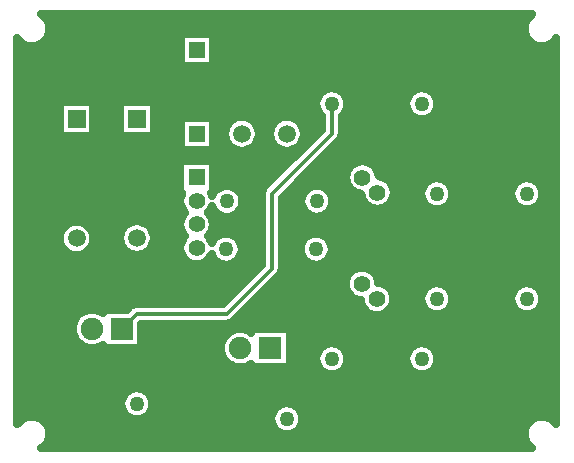
<source format=gbr>
G04 DipTrace 3.2.0.1*
G04 Bottom.gbr*
%MOIN*%
G04 #@! TF.FileFunction,Copper,L2,Bot*
G04 #@! TF.Part,Single*
%AMOUTLINE0*
4,1,4,
-0.035433,0.0,
0.0,0.035433,
0.035433,0.0,
0.0,-0.035433,
-0.035433,0.0,
0*%
G04 #@! TA.AperFunction,Conductor*
%ADD14C,0.012992*%
G04 #@! TA.AperFunction,CopperBalancing*
%ADD15C,0.025*%
G04 #@! TA.AperFunction,ComponentPad*
%ADD16R,0.055118X0.055118*%
%ADD17C,0.055118*%
%ADD18C,0.05*%
%ADD19C,0.05*%
%ADD20R,0.059055X0.059055*%
%ADD21C,0.059055*%
%ADD22C,0.055118*%
%ADD23R,0.074803X0.074803*%
%ADD24C,0.074803*%
%ADD25C,0.059055*%
%ADD52OUTLINE0*%
%FSLAX26Y26*%
G04*
G70*
G90*
G75*
G01*
G04 Bottom*
%LPD*%
X1042818Y1034130D2*
D14*
Y1043701D1*
X943701D1*
Y1593701D1*
X1043701Y1693701D1*
X943701Y1043701D2*
X793701D1*
X593701Y843701D1*
X543701Y593701D2*
X643701Y693701D1*
X893701D1*
X1043701Y543701D1*
X1645517Y1397495D2*
Y1591885D1*
X1543701Y1693701D1*
X1043701D1*
X1643701Y1043701D2*
X1743701Y1143701D1*
Y1343701D1*
X1689907Y1397495D1*
X1645517D1*
X1493701Y1593701D2*
Y1493701D1*
X1293701Y1293701D1*
Y1043701D1*
X1143701Y893701D1*
X843701D1*
X793701Y843701D1*
X548924Y1866962D2*
D15*
X2138472D1*
X553803Y1842093D2*
X2133593D1*
X547381Y1817224D2*
X987165D1*
X1100248D2*
X2140016D1*
X448089Y1792356D2*
X465014D1*
X522369D2*
X987165D1*
X1100248D2*
X2165028D1*
X2222382D2*
X2239344D1*
X448089Y1767487D2*
X987165D1*
X1100248D2*
X2239344D1*
X448089Y1742618D2*
X987165D1*
X1100248D2*
X2239344D1*
X448089Y1717749D2*
X2239344D1*
X448089Y1692881D2*
X2239344D1*
X448089Y1668012D2*
X2239344D1*
X448089Y1643143D2*
X1476804D1*
X1510584D2*
X1776832D1*
X1810575D2*
X2239344D1*
X448089Y1618274D2*
X1445944D1*
X1541444D2*
X1745936D1*
X1841436D2*
X2239344D1*
X448089Y1593406D2*
X584007D1*
X701037D2*
X785173D1*
X902203D2*
X1439701D1*
X1547688D2*
X1739692D1*
X1847680D2*
X2239344D1*
X448089Y1568537D2*
X584007D1*
X701037D2*
X785173D1*
X902203D2*
X1446268D1*
X1541121D2*
X1746259D1*
X1841113D2*
X2239344D1*
X448089Y1543668D2*
X584007D1*
X701037D2*
X785173D1*
X902203D2*
X987165D1*
X1100248D2*
X1165867D1*
X1221537D2*
X1315864D1*
X1371533D2*
X1458217D1*
X1529172D2*
X1779021D1*
X1808387D2*
X2239344D1*
X448089Y1518799D2*
X584007D1*
X701037D2*
X785173D1*
X902203D2*
X987165D1*
X1100248D2*
X1141108D1*
X1246297D2*
X1291104D1*
X1396293D2*
X1458217D1*
X1529172D2*
X2239344D1*
X448089Y1493930D2*
X584007D1*
X701037D2*
X785173D1*
X902203D2*
X987165D1*
X1100248D2*
X1135188D1*
X1252218D2*
X1285182D1*
X1402214D2*
X1444795D1*
X1529172D2*
X2239344D1*
X448089Y1469062D2*
X987165D1*
X1100248D2*
X1140892D1*
X1246512D2*
X1290888D1*
X1396508D2*
X1419892D1*
X1518227D2*
X2239344D1*
X448089Y1444193D2*
X987165D1*
X1100248D2*
X1164971D1*
X1222398D2*
X1315003D1*
X1372429D2*
X1395025D1*
X1493360D2*
X2239344D1*
X448089Y1419324D2*
X1370156D1*
X1468492D2*
X2239344D1*
X448089Y1394455D2*
X986268D1*
X1099387D2*
X1345289D1*
X1443623D2*
X1566264D1*
X1624768D2*
X2239344D1*
X448089Y1369587D2*
X986268D1*
X1099387D2*
X1320421D1*
X1418756D2*
X1543693D1*
X1647339D2*
X2239344D1*
X448089Y1344718D2*
X986268D1*
X1099387D2*
X1295554D1*
X1393888D2*
X1539028D1*
X1674323D2*
X1834211D1*
X1853161D2*
X2134239D1*
X2153213D2*
X2239344D1*
X448089Y1319849D2*
X986268D1*
X1099387D2*
X1135581D1*
X1151681D2*
X1270686D1*
X1368984D2*
X1435573D1*
X1451646D2*
X1546563D1*
X1697218D2*
X1796856D1*
X1890562D2*
X2096848D1*
X2190552D2*
X2239344D1*
X448089Y1294980D2*
X992189D1*
X1190353D2*
X1258234D1*
X1344117D2*
X1396854D1*
X1490381D2*
X1580223D1*
X1702026D2*
X1789715D1*
X1897667D2*
X2089743D1*
X2197694D2*
X2239344D1*
X448089Y1270112D2*
X986268D1*
X1197566D2*
X1258198D1*
X1329189D2*
X1389642D1*
X1497593D2*
X1596407D1*
X1694634D2*
X1795420D1*
X1891961D2*
X2095412D1*
X2191988D2*
X2239344D1*
X448089Y1245243D2*
X992440D1*
X1191969D2*
X1258198D1*
X1329189D2*
X1395240D1*
X1491959D2*
X1629205D1*
X1661836D2*
X1823769D1*
X1863613D2*
X2123797D1*
X2163604D2*
X2239344D1*
X448089Y1220374D2*
X994556D1*
X1091097D2*
X1123202D1*
X1164014D2*
X1258198D1*
X1329189D2*
X1423230D1*
X1464007D2*
X2239344D1*
X448089Y1195505D2*
X616014D1*
X668992D2*
X814849D1*
X872528D2*
X986411D1*
X1099243D2*
X1258198D1*
X1329189D2*
X2239344D1*
X448089Y1170636D2*
X590286D1*
X694757D2*
X790843D1*
X896533D2*
X990503D1*
X1095117D2*
X1258198D1*
X1329189D2*
X2239344D1*
X448089Y1145768D2*
X584007D1*
X701037D2*
X785173D1*
X902203D2*
X997428D1*
X1088190D2*
X1103251D1*
X1179911D2*
X1258198D1*
X1329189D2*
X1403241D1*
X1479938D2*
X2239344D1*
X448089Y1120899D2*
X589388D1*
X695654D2*
X791165D1*
X896247D2*
X986878D1*
X1194121D2*
X1258198D1*
X1329189D2*
X1389031D1*
X1494148D2*
X2239344D1*
X448089Y1096030D2*
X612606D1*
X672437D2*
X815997D1*
X871415D2*
X988959D1*
X1193978D2*
X1258198D1*
X1329189D2*
X1389211D1*
X1493970D2*
X2239344D1*
X448089Y1071161D2*
X1005932D1*
X1079686D2*
X1103932D1*
X1179230D2*
X1258198D1*
X1329189D2*
X1403924D1*
X1479220D2*
X2239344D1*
X448089Y1046293D2*
X1247146D1*
X1329189D2*
X1578715D1*
X1608692D2*
X2239344D1*
X448089Y1021424D2*
X1222278D1*
X1320541D2*
X1544804D1*
X1642601D2*
X2239344D1*
X448089Y996555D2*
X1197411D1*
X1295709D2*
X1537234D1*
X1657529D2*
X2239344D1*
X448089Y971686D2*
X1172542D1*
X1270841D2*
X1541827D1*
X1692445D2*
X1797969D1*
X1889413D2*
X2097959D1*
X2189441D2*
X2239344D1*
X448089Y946818D2*
X1147675D1*
X1245974D2*
X1564290D1*
X1700160D2*
X1789786D1*
X1897594D2*
X2089814D1*
X2197587D2*
X2239344D1*
X448089Y921949D2*
X824178D1*
X1221106D2*
X1591706D1*
X1695675D2*
X1794524D1*
X1892858D2*
X2094514D1*
X2192886D2*
X2239344D1*
X448089Y897080D2*
X656097D1*
X1196238D2*
X1613846D1*
X1673534D2*
X1819354D1*
X1868062D2*
X2119346D1*
X2168054D2*
X2239344D1*
X448089Y872211D2*
X634029D1*
X1171370D2*
X2239344D1*
X448089Y847343D2*
X627425D1*
X860112D2*
X2239344D1*
X448089Y822474D2*
X630942D1*
X860112D2*
X1139781D1*
X1355026D2*
X2239344D1*
X448089Y797605D2*
X646946D1*
X860112D2*
X1125176D1*
X1355026D2*
X2239344D1*
X448089Y772736D2*
X1122520D1*
X1355026D2*
X1448672D1*
X1538717D2*
X1748663D1*
X1838709D2*
X2239344D1*
X448089Y747867D2*
X1130092D1*
X1355026D2*
X1439879D1*
X1547508D2*
X1739871D1*
X1847537D2*
X2239344D1*
X448089Y722999D2*
X1154529D1*
X1355026D2*
X1444042D1*
X1543346D2*
X1744070D1*
X1843337D2*
X2239344D1*
X448089Y698130D2*
X1467223D1*
X1520165D2*
X1767215D1*
X1820193D2*
X2239344D1*
X448089Y673261D2*
X2239344D1*
X448089Y648392D2*
X2239344D1*
X448089Y623524D2*
X799239D1*
X888172D2*
X2239344D1*
X448089Y598655D2*
X789945D1*
X897466D2*
X2239344D1*
X448089Y573786D2*
X793713D1*
X893698D2*
X1299429D1*
X1388003D2*
X2239344D1*
X448089Y548917D2*
X474702D1*
X512717D2*
X815782D1*
X871630D2*
X1289991D1*
X1397441D2*
X2174680D1*
X2212694D2*
X2239344D1*
X545192Y524049D2*
X1293615D1*
X1393781D2*
X2142205D1*
X553588Y499180D2*
X1315325D1*
X1372071D2*
X2133844D1*
X550466Y474311D2*
X2136930D1*
X533098Y449442D2*
X2154298D1*
X998836Y1547752D2*
X1097752D1*
Y1439650D1*
X989650D1*
Y1547752D1*
X998836D1*
Y1826492D2*
X1097752D1*
Y1718390D1*
X989650D1*
Y1826492D1*
X998836D1*
X1192919Y1104756D2*
X1191655Y1096774D1*
X1189157Y1089091D1*
X1185490Y1081891D1*
X1180740Y1075354D1*
X1175026Y1069640D1*
X1168490Y1064891D1*
X1161290Y1061223D1*
X1153606Y1058726D1*
X1145625Y1057462D1*
X1137546D1*
X1129564Y1058726D1*
X1121881Y1061223D1*
X1114681Y1064891D1*
X1108144Y1069640D1*
X1102430Y1075354D1*
X1097681Y1081891D1*
X1094013Y1089091D1*
X1092755Y1092185D1*
X1088904Y1084629D1*
X1083919Y1077766D1*
X1077921Y1071769D1*
X1071059Y1066783D1*
X1063503Y1062933D1*
X1055436Y1060312D1*
X1047058Y1058986D1*
X1038577D1*
X1030199Y1060312D1*
X1022133Y1062933D1*
X1014576Y1066783D1*
X1007714Y1071769D1*
X1001717Y1077766D1*
X996731Y1084629D1*
X992881Y1092185D1*
X990260Y1100252D1*
X988933Y1108630D1*
Y1117110D1*
X990260Y1125488D1*
X992881Y1133555D1*
X996731Y1141112D1*
X1001717Y1147974D1*
X1005803Y1152205D1*
X1001717Y1156507D1*
X996731Y1163369D1*
X992881Y1170925D1*
X990260Y1178992D1*
X988933Y1187370D1*
Y1195850D1*
X990260Y1204228D1*
X992881Y1212295D1*
X996731Y1219852D1*
X1001717Y1226714D1*
X1005803Y1230945D1*
X1001717Y1235247D1*
X996731Y1242109D1*
X992881Y1249665D1*
X990260Y1257732D1*
X988933Y1266110D1*
Y1274591D1*
X990260Y1282969D1*
X992881Y1291035D1*
X994747Y1295049D1*
X988766Y1295039D1*
Y1403142D1*
X1096869D1*
Y1295039D1*
X1090978Y1294890D1*
X1094223Y1287052D1*
X1094795Y1285026D1*
X1097731Y1292033D1*
X1101953Y1298923D1*
X1107199Y1305067D1*
X1113344Y1310314D1*
X1120234Y1314535D1*
X1127698Y1317629D1*
X1135555Y1319514D1*
X1143610Y1320148D1*
X1151665Y1319514D1*
X1159522Y1317629D1*
X1166987Y1314535D1*
X1173877Y1310314D1*
X1180021Y1305067D1*
X1185268Y1298923D1*
X1189490Y1292033D1*
X1192583Y1284568D1*
X1194469Y1276711D1*
X1195102Y1268656D1*
X1194469Y1260601D1*
X1192583Y1252744D1*
X1189490Y1245280D1*
X1185268Y1238390D1*
X1180021Y1232245D1*
X1173877Y1226999D1*
X1166987Y1222777D1*
X1159522Y1219684D1*
X1151665Y1217798D1*
X1143610Y1217164D1*
X1135555Y1217798D1*
X1127698Y1219684D1*
X1120234Y1222777D1*
X1113344Y1226999D1*
X1107199Y1232245D1*
X1101953Y1238390D1*
X1097731Y1245280D1*
X1094638Y1252744D1*
X1094223Y1253648D1*
X1090978Y1245811D1*
X1086546Y1238580D1*
X1081038Y1232130D1*
X1079832Y1231016D1*
X1083919Y1226714D1*
X1088904Y1219852D1*
X1092755Y1212295D1*
X1095375Y1204228D1*
X1096702Y1195850D1*
Y1187370D1*
X1095375Y1178992D1*
X1092755Y1170925D1*
X1088904Y1163369D1*
X1083919Y1156507D1*
X1079832Y1152276D1*
X1083919Y1147974D1*
X1088904Y1141112D1*
X1092755Y1133555D1*
X1094318Y1129238D1*
X1097681Y1135699D1*
X1102430Y1142236D1*
X1108144Y1147950D1*
X1114681Y1152699D1*
X1121881Y1156367D1*
X1129564Y1158865D1*
X1137546Y1160129D1*
X1145625D1*
X1153606Y1158865D1*
X1161290Y1156367D1*
X1168490Y1152699D1*
X1175026Y1147950D1*
X1180740Y1142236D1*
X1185490Y1135699D1*
X1189157Y1128500D1*
X1191655Y1120816D1*
X1192919Y1112835D1*
Y1104756D1*
X1492919D2*
X1491655Y1096774D1*
X1489157Y1089091D1*
X1485490Y1081891D1*
X1480740Y1075354D1*
X1475026Y1069640D1*
X1468490Y1064891D1*
X1461290Y1061223D1*
X1453606Y1058726D1*
X1445625Y1057462D1*
X1437546D1*
X1429564Y1058726D1*
X1421881Y1061223D1*
X1414681Y1064891D1*
X1408144Y1069640D1*
X1402430Y1075354D1*
X1397681Y1081891D1*
X1394013Y1089091D1*
X1391516Y1096774D1*
X1390252Y1104756D1*
Y1112835D1*
X1391516Y1120816D1*
X1394013Y1128500D1*
X1397681Y1135699D1*
X1402430Y1142236D1*
X1408144Y1147950D1*
X1414681Y1152699D1*
X1421881Y1156367D1*
X1429564Y1158865D1*
X1437546Y1160129D1*
X1445625D1*
X1453606Y1158865D1*
X1461290Y1156367D1*
X1468490Y1152699D1*
X1475026Y1147950D1*
X1480740Y1142236D1*
X1485490Y1135699D1*
X1489157Y1128500D1*
X1491655Y1120816D1*
X1492919Y1112835D1*
Y1104756D1*
X2195034Y939661D2*
X2193770Y931680D1*
X2191273Y923996D1*
X2187605Y916797D1*
X2182856Y910260D1*
X2177142Y904546D1*
X2170605Y899797D1*
X2163406Y896129D1*
X2155722Y893631D1*
X2147740Y892367D1*
X2139661D1*
X2131680Y893631D1*
X2123996Y896129D1*
X2116797Y899797D1*
X2110260Y904546D1*
X2104546Y910260D1*
X2099797Y916797D1*
X2096129Y923996D1*
X2093631Y931680D1*
X2092367Y939661D1*
Y947740D1*
X2093631Y955722D1*
X2096129Y963406D1*
X2099797Y970605D1*
X2104546Y977142D1*
X2110260Y982856D1*
X2116797Y987605D1*
X2123996Y991273D1*
X2131680Y993770D1*
X2139661Y995034D1*
X2147740D1*
X2155722Y993770D1*
X2163406Y991273D1*
X2170605Y987605D1*
X2177142Y982856D1*
X2182856Y977142D1*
X2187605Y970605D1*
X2191273Y963406D1*
X2193770Y955722D1*
X2195034Y947740D1*
Y939661D1*
X1895034D2*
X1893770Y931680D1*
X1891273Y923996D1*
X1887605Y916797D1*
X1882856Y910260D1*
X1877142Y904546D1*
X1870605Y899797D1*
X1863406Y896129D1*
X1855722Y893631D1*
X1847740Y892367D1*
X1839661D1*
X1831680Y893631D1*
X1823996Y896129D1*
X1816797Y899797D1*
X1810260Y904546D1*
X1804546Y910260D1*
X1799797Y916797D1*
X1796129Y923996D1*
X1793631Y931680D1*
X1792367Y939661D1*
Y947740D1*
X1793631Y955722D1*
X1796129Y963406D1*
X1799797Y970605D1*
X1804546Y977142D1*
X1810260Y982856D1*
X1816797Y987605D1*
X1823996Y991273D1*
X1831680Y993770D1*
X1839661Y995034D1*
X1847740D1*
X1855722Y993770D1*
X1863406Y991273D1*
X1870605Y987605D1*
X1877142Y982856D1*
X1882856Y977142D1*
X1887605Y970605D1*
X1891273Y963406D1*
X1893770Y955722D1*
X1895034Y947740D1*
Y939661D1*
X1494944Y1264617D2*
X1493680Y1256635D1*
X1491182Y1248951D1*
X1487514Y1241752D1*
X1482765Y1235215D1*
X1477051Y1229501D1*
X1470514Y1224752D1*
X1463315Y1221084D1*
X1455631Y1218587D1*
X1447650Y1217323D1*
X1439571D1*
X1431589Y1218587D1*
X1423906Y1221084D1*
X1416706Y1224752D1*
X1410169Y1229501D1*
X1404455Y1235215D1*
X1399706Y1241752D1*
X1396038Y1248951D1*
X1393541Y1256635D1*
X1392277Y1264617D1*
Y1272696D1*
X1393541Y1280677D1*
X1396038Y1288361D1*
X1399706Y1295560D1*
X1404455Y1302097D1*
X1410169Y1307811D1*
X1416706Y1312560D1*
X1423906Y1316228D1*
X1431589Y1318726D1*
X1439571Y1319990D1*
X1447650D1*
X1455631Y1318726D1*
X1463315Y1316228D1*
X1470514Y1312560D1*
X1477051Y1307811D1*
X1482765Y1302097D1*
X1487514Y1295560D1*
X1491182Y1288361D1*
X1493680Y1280677D1*
X1494944Y1272696D1*
Y1264617D1*
X2195034Y1289661D2*
X2193770Y1281680D1*
X2191273Y1273996D1*
X2187605Y1266797D1*
X2182856Y1260260D1*
X2177142Y1254546D1*
X2170605Y1249797D1*
X2163406Y1246129D1*
X2155722Y1243631D1*
X2147740Y1242367D1*
X2139661D1*
X2131680Y1243631D1*
X2123996Y1246129D1*
X2116797Y1249797D1*
X2110260Y1254546D1*
X2104546Y1260260D1*
X2099797Y1266797D1*
X2096129Y1273996D1*
X2093631Y1281680D1*
X2092367Y1289661D1*
Y1297740D1*
X2093631Y1305722D1*
X2096129Y1313406D1*
X2099797Y1320605D1*
X2104546Y1327142D1*
X2110260Y1332856D1*
X2116797Y1337605D1*
X2123996Y1341273D1*
X2131680Y1343770D1*
X2139661Y1345034D1*
X2147740D1*
X2155722Y1343770D1*
X2163406Y1341273D1*
X2170605Y1337605D1*
X2177142Y1332856D1*
X2182856Y1327142D1*
X2187605Y1320605D1*
X2191273Y1313406D1*
X2193770Y1305722D1*
X2195034Y1297740D1*
Y1289661D1*
X1895034D2*
X1893770Y1281680D1*
X1891273Y1273996D1*
X1887605Y1266797D1*
X1882856Y1260260D1*
X1877142Y1254546D1*
X1870605Y1249797D1*
X1863406Y1246129D1*
X1855722Y1243631D1*
X1847740Y1242367D1*
X1839661D1*
X1831680Y1243631D1*
X1823996Y1246129D1*
X1816797Y1249797D1*
X1810260Y1254546D1*
X1804546Y1260260D1*
X1799797Y1266797D1*
X1796129Y1273996D1*
X1793631Y1281680D1*
X1792367Y1289661D1*
Y1297740D1*
X1793631Y1305722D1*
X1796129Y1313406D1*
X1799797Y1320605D1*
X1804546Y1327142D1*
X1810260Y1332856D1*
X1816797Y1337605D1*
X1823996Y1341273D1*
X1831680Y1343770D1*
X1839661Y1345034D1*
X1847740D1*
X1855722Y1343770D1*
X1863406Y1341273D1*
X1870605Y1337605D1*
X1877142Y1332856D1*
X1882856Y1327142D1*
X1887605Y1320605D1*
X1891273Y1313406D1*
X1893770Y1305722D1*
X1895034Y1297740D1*
Y1289661D1*
X1395034Y539661D2*
X1393770Y531680D1*
X1391273Y523996D1*
X1387605Y516797D1*
X1382856Y510260D1*
X1377142Y504546D1*
X1370605Y499797D1*
X1363406Y496129D1*
X1355722Y493631D1*
X1347740Y492367D1*
X1339661D1*
X1331680Y493631D1*
X1323996Y496129D1*
X1316797Y499797D1*
X1310260Y504546D1*
X1304546Y510260D1*
X1299797Y516797D1*
X1296129Y523996D1*
X1293631Y531680D1*
X1292367Y539661D1*
Y547740D1*
X1293631Y555722D1*
X1296129Y563406D1*
X1299797Y570605D1*
X1304546Y577142D1*
X1310260Y582856D1*
X1316797Y587605D1*
X1323996Y591273D1*
X1331680Y593770D1*
X1339661Y595034D1*
X1347740D1*
X1355722Y593770D1*
X1363406Y591273D1*
X1370605Y587605D1*
X1377142Y582856D1*
X1382856Y577142D1*
X1387605Y570605D1*
X1391273Y563406D1*
X1393770Y555722D1*
X1395034Y547740D1*
Y539661D1*
X895034Y589661D2*
X893770Y581680D1*
X891273Y573996D1*
X887605Y566797D1*
X882856Y560260D1*
X877142Y554546D1*
X870605Y549797D1*
X863406Y546129D1*
X855722Y543631D1*
X847740Y542367D1*
X839661D1*
X831680Y543631D1*
X823996Y546129D1*
X816797Y549797D1*
X810260Y554546D1*
X804546Y560260D1*
X799797Y566797D1*
X796129Y573996D1*
X793631Y581680D1*
X792367Y589661D1*
Y597740D1*
X793631Y605722D1*
X796129Y613406D1*
X799797Y620605D1*
X804546Y627142D1*
X810260Y632856D1*
X816797Y637605D1*
X823996Y641273D1*
X831680Y643770D1*
X839661Y645034D1*
X847740D1*
X855722Y643770D1*
X863406Y641273D1*
X870605Y637605D1*
X877142Y632856D1*
X882856Y627142D1*
X887605Y620605D1*
X891273Y613406D1*
X893770Y605722D1*
X895034Y597740D1*
Y589661D1*
X796867Y1599720D2*
X899720D1*
Y1487681D1*
X787681D1*
Y1599720D1*
X796867D1*
X899547Y1141668D2*
X898173Y1132986D1*
X895457Y1124625D1*
X891466Y1116793D1*
X886298Y1109681D1*
X880083Y1103466D1*
X872971Y1098298D1*
X865139Y1094307D1*
X856778Y1091591D1*
X848096Y1090217D1*
X839306D1*
X830623Y1091591D1*
X822262Y1094307D1*
X814430Y1098298D1*
X807319Y1103466D1*
X801104Y1109681D1*
X795936Y1116793D1*
X791945Y1124625D1*
X789228Y1132986D1*
X787854Y1141668D1*
Y1150458D1*
X789228Y1159140D1*
X791945Y1167501D1*
X795936Y1175333D1*
X801104Y1182445D1*
X807319Y1188660D1*
X814430Y1193828D1*
X822262Y1197819D1*
X830623Y1200535D1*
X839306Y1201909D1*
X848096D1*
X856778Y1200535D1*
X865139Y1197819D1*
X872971Y1193828D1*
X880083Y1188660D1*
X886298Y1182445D1*
X891466Y1175333D1*
X895457Y1167501D1*
X898173Y1159140D1*
X899547Y1150458D1*
Y1141668D1*
X595686Y1598539D2*
X698539D1*
Y1486500D1*
X586500D1*
Y1598539D1*
X595686D1*
X698366Y1140487D2*
X696992Y1131804D1*
X694276Y1123444D1*
X690285Y1115612D1*
X685117Y1108500D1*
X678902Y1102285D1*
X671790Y1097117D1*
X663958Y1093126D1*
X655597Y1090409D1*
X646915Y1089035D1*
X638125D1*
X629442Y1090409D1*
X621081Y1093126D1*
X613249Y1097117D1*
X606138Y1102285D1*
X599923Y1108500D1*
X594755Y1115612D1*
X590764Y1123444D1*
X588047Y1131804D1*
X586673Y1140487D1*
Y1149277D1*
X588047Y1157959D1*
X590764Y1166320D1*
X594755Y1174152D1*
X599923Y1181264D1*
X606138Y1187479D1*
X613249Y1192647D1*
X621081Y1196638D1*
X629442Y1199354D1*
X638125Y1200728D1*
X646915D1*
X655597Y1199354D1*
X663958Y1196638D1*
X671790Y1192647D1*
X678902Y1187479D1*
X685117Y1181264D1*
X690285Y1174152D1*
X694276Y1166320D1*
X696992Y1157959D1*
X698366Y1149277D1*
Y1140487D1*
X1545034Y739661D2*
X1543770Y731680D1*
X1541273Y723996D1*
X1537605Y716797D1*
X1532856Y710260D1*
X1527142Y704546D1*
X1520605Y699797D1*
X1513406Y696129D1*
X1505722Y693631D1*
X1497740Y692367D1*
X1489661D1*
X1481680Y693631D1*
X1473996Y696129D1*
X1466797Y699797D1*
X1460260Y704546D1*
X1454546Y710260D1*
X1449797Y716797D1*
X1446129Y723996D1*
X1443631Y731680D1*
X1442367Y739661D1*
Y747740D1*
X1443631Y755722D1*
X1446129Y763406D1*
X1449797Y770605D1*
X1454546Y777142D1*
X1460260Y782856D1*
X1466797Y787605D1*
X1473996Y791273D1*
X1481680Y793770D1*
X1489661Y795034D1*
X1497740D1*
X1505722Y793770D1*
X1513406Y791273D1*
X1520605Y787605D1*
X1527142Y782856D1*
X1532856Y777142D1*
X1537605Y770605D1*
X1541273Y763406D1*
X1543770Y755722D1*
X1545034Y747740D1*
Y739661D1*
X1845034D2*
X1843770Y731680D1*
X1841273Y723996D1*
X1837605Y716797D1*
X1832856Y710260D1*
X1827142Y704546D1*
X1820605Y699797D1*
X1813406Y696129D1*
X1805722Y693631D1*
X1797740Y692367D1*
X1789661D1*
X1781680Y693631D1*
X1773996Y696129D1*
X1766797Y699797D1*
X1760260Y704546D1*
X1754546Y710260D1*
X1749797Y716797D1*
X1746129Y723996D1*
X1743631Y731680D1*
X1742367Y739661D1*
Y747740D1*
X1743631Y755722D1*
X1746129Y763406D1*
X1749797Y770605D1*
X1754546Y777142D1*
X1760260Y782856D1*
X1766797Y787605D1*
X1773996Y791273D1*
X1781680Y793770D1*
X1789661Y795034D1*
X1797740D1*
X1805722Y793770D1*
X1813406Y791273D1*
X1820605Y787605D1*
X1827142Y782856D1*
X1832856Y777142D1*
X1837605Y770605D1*
X1841273Y763406D1*
X1843770Y755722D1*
X1845034Y747740D1*
Y739661D1*
X1545034Y1589661D2*
X1543770Y1581680D1*
X1541273Y1573996D1*
X1537605Y1566797D1*
X1532856Y1560260D1*
X1526684Y1554184D1*
X1526588Y1491113D1*
X1525778Y1486000D1*
X1524178Y1481076D1*
X1521828Y1476465D1*
X1518785Y1472277D1*
X1471556Y1424904D1*
X1326697Y1280045D1*
X1326588Y1041113D1*
X1325778Y1036000D1*
X1324178Y1031076D1*
X1321828Y1026465D1*
X1318785Y1022277D1*
X1271556Y974904D1*
X1165125Y868617D1*
X1160937Y865573D1*
X1156325Y863223D1*
X1151402Y861623D1*
X1146289Y860814D1*
X1079396Y860713D1*
X857596D1*
X857594Y779807D1*
X729807D1*
Y790967D1*
X722707Y786772D1*
X713445Y782934D1*
X703696Y780593D1*
X693701Y779807D1*
X683706Y780593D1*
X673957Y782934D1*
X664694Y786772D1*
X656144Y792009D1*
X648521Y798521D1*
X642009Y806144D1*
X636772Y814694D1*
X632934Y823957D1*
X630593Y833706D1*
X629807Y843701D1*
X630593Y853696D1*
X632934Y863445D1*
X636772Y872707D1*
X642009Y881257D1*
X648521Y888881D1*
X656144Y895392D1*
X664694Y900630D1*
X673957Y904467D1*
X683706Y906808D1*
X693701Y907594D1*
X703696Y906808D1*
X713445Y904467D1*
X722707Y900630D1*
X729806Y896361D1*
X729807Y907594D1*
X810941D1*
X822277Y918785D1*
X826465Y921828D1*
X831076Y924178D1*
X836000Y925778D1*
X841113Y926588D1*
X908005Y926689D1*
X1130021D1*
X1260718Y1057370D1*
X1260814Y1296289D1*
X1261623Y1301402D1*
X1263223Y1306325D1*
X1265573Y1310937D1*
X1268617Y1315125D1*
X1315845Y1362497D1*
X1460705Y1507357D1*
X1460713Y1554165D1*
X1454546Y1560260D1*
X1449797Y1566797D1*
X1446129Y1573996D1*
X1443631Y1581680D1*
X1442367Y1589661D1*
Y1597740D1*
X1443631Y1605722D1*
X1446129Y1613406D1*
X1449797Y1620605D1*
X1454546Y1627142D1*
X1460260Y1632856D1*
X1466797Y1637605D1*
X1473996Y1641273D1*
X1481680Y1643770D1*
X1489661Y1645034D1*
X1497740D1*
X1505722Y1643770D1*
X1513406Y1641273D1*
X1520605Y1637605D1*
X1527142Y1632856D1*
X1532856Y1627142D1*
X1537605Y1620605D1*
X1541273Y1613406D1*
X1543770Y1605722D1*
X1545034Y1597740D1*
Y1589661D1*
X1845034D2*
X1843770Y1581680D1*
X1841273Y1573996D1*
X1837605Y1566797D1*
X1832856Y1560260D1*
X1827142Y1554546D1*
X1820605Y1549797D1*
X1813406Y1546129D1*
X1805722Y1543631D1*
X1797740Y1542367D1*
X1789661D1*
X1781680Y1543631D1*
X1773996Y1546129D1*
X1766797Y1549797D1*
X1760260Y1554546D1*
X1754546Y1560260D1*
X1749797Y1566797D1*
X1746129Y1573996D1*
X1743631Y1581680D1*
X1742367Y1589661D1*
Y1597740D1*
X1743631Y1605722D1*
X1746129Y1613406D1*
X1749797Y1620605D1*
X1754546Y1627142D1*
X1760260Y1632856D1*
X1766797Y1637605D1*
X1773996Y1641273D1*
X1781680Y1643770D1*
X1789661Y1645034D1*
X1797740D1*
X1805722Y1643770D1*
X1813406Y1641273D1*
X1820605Y1637605D1*
X1827142Y1632856D1*
X1832856Y1627142D1*
X1837605Y1620605D1*
X1841273Y1613406D1*
X1843770Y1605722D1*
X1845034Y1597740D1*
Y1589661D1*
X1697585Y939461D2*
X1696259Y931083D1*
X1693638Y923016D1*
X1689787Y915459D1*
X1684802Y908597D1*
X1678804Y902600D1*
X1671942Y897614D1*
X1664386Y893764D1*
X1656319Y891143D1*
X1647941Y889816D1*
X1639461D1*
X1631083Y891143D1*
X1623016Y893764D1*
X1615459Y897614D1*
X1608597Y902600D1*
X1602600Y908597D1*
X1597614Y915459D1*
X1593764Y923016D1*
X1591143Y931083D1*
X1589804Y939774D1*
X1581083Y941143D1*
X1573016Y943764D1*
X1565459Y947614D1*
X1558597Y952600D1*
X1552600Y958597D1*
X1547614Y965459D1*
X1543764Y973016D1*
X1541143Y981083D1*
X1539816Y989461D1*
Y997941D1*
X1541143Y1006319D1*
X1543764Y1014386D1*
X1547614Y1021942D1*
X1552600Y1028804D1*
X1558597Y1034802D1*
X1565459Y1039787D1*
X1573016Y1043638D1*
X1581083Y1046259D1*
X1589461Y1047585D1*
X1597941D1*
X1606319Y1046259D1*
X1614386Y1043638D1*
X1621942Y1039787D1*
X1628804Y1034802D1*
X1634802Y1028804D1*
X1639787Y1021942D1*
X1643638Y1014386D1*
X1646259Y1006319D1*
X1647597Y997627D1*
X1656319Y996259D1*
X1664386Y993638D1*
X1671942Y989787D1*
X1678804Y984802D1*
X1684802Y978804D1*
X1689787Y971942D1*
X1693638Y964386D1*
X1696259Y956319D1*
X1697585Y947941D1*
Y939461D1*
X1699402Y1293255D2*
X1698075Y1284877D1*
X1695454Y1276810D1*
X1691604Y1269253D1*
X1686618Y1262391D1*
X1680621Y1256394D1*
X1673759Y1251408D1*
X1666202Y1247558D1*
X1658135Y1244937D1*
X1649757Y1243610D1*
X1641277D1*
X1632899Y1244937D1*
X1624832Y1247558D1*
X1617276Y1251408D1*
X1610413Y1256394D1*
X1604416Y1262391D1*
X1599430Y1269253D1*
X1595580Y1276810D1*
X1592959Y1284877D1*
X1591621Y1293568D1*
X1582899Y1294937D1*
X1574832Y1297558D1*
X1567276Y1301408D1*
X1560413Y1306394D1*
X1554416Y1312391D1*
X1549430Y1319253D1*
X1545580Y1326810D1*
X1542959Y1334877D1*
X1541633Y1343255D1*
Y1351735D1*
X1542959Y1360113D1*
X1545580Y1368180D1*
X1549430Y1375736D1*
X1554416Y1382598D1*
X1560413Y1388596D1*
X1567276Y1393581D1*
X1574832Y1397432D1*
X1582899Y1400052D1*
X1591277Y1401379D1*
X1599757D1*
X1608135Y1400052D1*
X1616202Y1397432D1*
X1623759Y1393581D1*
X1630621Y1388596D1*
X1636618Y1382598D1*
X1641604Y1375736D1*
X1645454Y1368180D1*
X1648075Y1360113D1*
X1649413Y1351421D1*
X1658135Y1350052D1*
X1666202Y1347432D1*
X1673759Y1343581D1*
X1680621Y1338596D1*
X1686618Y1332598D1*
X1691604Y1325736D1*
X1695454Y1318180D1*
X1698075Y1310113D1*
X1699402Y1301735D1*
Y1293255D1*
X2241828Y1812075D2*
X2237524Y1806272D1*
X2231130Y1799878D1*
X2223814Y1794562D1*
X2215756Y1790457D1*
X2207155Y1787661D1*
X2198223Y1786247D1*
X2189178D1*
X2180247Y1787661D1*
X2171646Y1790457D1*
X2163588Y1794562D1*
X2156272Y1799878D1*
X2149878Y1806272D1*
X2144562Y1813588D1*
X2140457Y1821646D1*
X2137661Y1830247D1*
X2136247Y1839178D1*
Y1848223D1*
X2137661Y1857155D1*
X2140457Y1865756D1*
X2144562Y1873814D1*
X2149878Y1881130D1*
X2156272Y1887524D1*
X2162075Y1891828D1*
X525395Y1891831D1*
X531130Y1887524D1*
X537524Y1881130D1*
X542840Y1873814D1*
X546945Y1865756D1*
X549740Y1857155D1*
X551155Y1848223D1*
Y1839178D1*
X549740Y1830247D1*
X546945Y1821646D1*
X542840Y1813588D1*
X537524Y1806272D1*
X531130Y1799878D1*
X523814Y1794562D1*
X515756Y1790457D1*
X507155Y1787661D1*
X498223Y1786247D1*
X489178D1*
X480247Y1787661D1*
X471646Y1790457D1*
X463588Y1794562D1*
X456272Y1799878D1*
X449878Y1806272D1*
X445573Y1812075D1*
X445571Y525409D1*
X449878Y531130D1*
X456272Y537524D1*
X463588Y542840D1*
X471646Y546945D1*
X480247Y549740D1*
X489178Y551155D1*
X498223D1*
X507155Y549740D1*
X515756Y546945D1*
X523814Y542840D1*
X531130Y537524D1*
X537524Y531130D1*
X542840Y523814D1*
X546945Y515756D1*
X549740Y507155D1*
X551155Y498223D1*
Y489178D1*
X549740Y480247D1*
X546945Y471646D1*
X542840Y463588D1*
X537524Y456272D1*
X531130Y449878D1*
X525327Y445573D1*
X2162007Y445571D1*
X2156272Y449878D1*
X2149878Y456272D1*
X2144562Y463588D1*
X2140457Y471646D1*
X2137661Y480247D1*
X2136247Y489178D1*
Y498223D1*
X2137661Y507155D1*
X2140457Y515756D1*
X2144562Y523814D1*
X2149878Y531130D1*
X2156272Y537524D1*
X2163588Y542840D1*
X2171646Y546945D1*
X2180247Y549740D1*
X2189178Y551155D1*
X2198223D1*
X2207155Y549740D1*
X2215756Y546945D1*
X2223814Y542840D1*
X2231130Y537524D1*
X2237524Y531130D1*
X2241828Y525327D1*
X2241831Y1811992D1*
X1233934Y842416D2*
X1352535D1*
Y714629D1*
X1224748D1*
Y725789D1*
X1217648Y721593D1*
X1208386Y717756D1*
X1198636Y715415D1*
X1188642Y714629D1*
X1178647Y715415D1*
X1168898Y717756D1*
X1159635Y721593D1*
X1151085Y726831D1*
X1143462Y733343D1*
X1136950Y740966D1*
X1131713Y749516D1*
X1127875Y758778D1*
X1125534Y768528D1*
X1124748Y778522D1*
X1125534Y788517D1*
X1127875Y798266D1*
X1131713Y807529D1*
X1136950Y816079D1*
X1143462Y823702D1*
X1151085Y830214D1*
X1159635Y835451D1*
X1168898Y839289D1*
X1178647Y841630D1*
X1188642Y842416D1*
X1198636Y841630D1*
X1208386Y839289D1*
X1217648Y835451D1*
X1224747Y831182D1*
X1224748Y842416D1*
X1233934D1*
X1249547Y1489306D2*
X1248173Y1480623D1*
X1245457Y1472262D1*
X1241466Y1464430D1*
X1236298Y1457319D1*
X1230083Y1451104D1*
X1222971Y1445936D1*
X1215139Y1441945D1*
X1206778Y1439228D1*
X1198096Y1437854D1*
X1189306D1*
X1180623Y1439228D1*
X1172262Y1441945D1*
X1164430Y1445936D1*
X1157319Y1451104D1*
X1151104Y1457319D1*
X1145936Y1464430D1*
X1141945Y1472262D1*
X1139228Y1480623D1*
X1137854Y1489306D1*
Y1498096D1*
X1139228Y1506778D1*
X1141945Y1515139D1*
X1145936Y1522971D1*
X1151104Y1530083D1*
X1157319Y1536298D1*
X1164430Y1541466D1*
X1172262Y1545457D1*
X1180623Y1548173D1*
X1189306Y1549547D1*
X1198096D1*
X1206778Y1548173D1*
X1215139Y1545457D1*
X1222971Y1541466D1*
X1230083Y1536298D1*
X1236298Y1530083D1*
X1241466Y1522971D1*
X1245457Y1515139D1*
X1248173Y1506778D1*
X1249547Y1498096D1*
Y1489306D1*
X1399547D2*
X1398173Y1480623D1*
X1395457Y1472262D1*
X1391466Y1464430D1*
X1386298Y1457319D1*
X1380083Y1451104D1*
X1372971Y1445936D1*
X1365139Y1441945D1*
X1356778Y1439228D1*
X1348096Y1437854D1*
X1339306D1*
X1330623Y1439228D1*
X1322262Y1441945D1*
X1314430Y1445936D1*
X1307319Y1451104D1*
X1301104Y1457319D1*
X1295936Y1464430D1*
X1291945Y1472262D1*
X1289228Y1480623D1*
X1287854Y1489306D1*
Y1498096D1*
X1289228Y1506778D1*
X1291945Y1515139D1*
X1295936Y1522971D1*
X1301104Y1530083D1*
X1307319Y1536298D1*
X1314430Y1541466D1*
X1322262Y1545457D1*
X1330623Y1548173D1*
X1339306Y1549547D1*
X1348096D1*
X1356778Y1548173D1*
X1365139Y1545457D1*
X1372971Y1541466D1*
X1380083Y1536298D1*
X1386298Y1530083D1*
X1391466Y1522971D1*
X1395457Y1515139D1*
X1398173Y1506778D1*
X1399547Y1498096D1*
Y1489306D1*
D16*
X1043701Y1493701D3*
D17*
Y1572441D3*
D16*
Y1772441D3*
D17*
Y1693701D3*
D18*
X1141585Y1108795D3*
D19*
X1441585D3*
D18*
X2143701Y943701D3*
D19*
X1843701D3*
D18*
X1143610Y1268656D3*
D19*
X1443610D3*
D18*
X2143701Y1293701D3*
D19*
X1843701D3*
D18*
X1343701Y543701D3*
D19*
X1043701D3*
D18*
X843701Y593701D3*
D19*
X543701D3*
D20*
X843701Y1543701D3*
D21*
Y1146063D3*
D20*
X642520Y1542520D3*
D21*
Y1144882D3*
D18*
X1493701Y743701D3*
D19*
X1793701D3*
D18*
X1493701Y1593701D3*
D19*
X1793701D3*
D22*
X1643701Y943701D3*
X1593701Y993701D3*
D52*
X1643701Y1043701D3*
D22*
X1645517Y1297495D3*
X1595517Y1347495D3*
D52*
X1645517Y1397495D3*
D16*
X1042818Y1349091D3*
D17*
Y1270350D3*
Y1191610D3*
Y1112870D3*
Y1034130D3*
D23*
X1288642Y778522D3*
D24*
X1188642D3*
X1088642D3*
D23*
X793701Y843701D3*
D24*
X693701D3*
X593701D3*
D25*
X1193701Y1493701D3*
X1343701D3*
M02*

</source>
